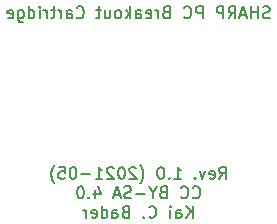
<source format=gbr>
%TF.GenerationSoftware,KiCad,Pcbnew,5.1.10-88a1d61d58~88~ubuntu20.10.1*%
%TF.CreationDate,2021-05-08T10:35:22+02:00*%
%TF.ProjectId,Breakout-Cartridge,42726561-6b6f-4757-942d-436172747269,1.0*%
%TF.SameCoordinates,Original*%
%TF.FileFunction,Legend,Bot*%
%TF.FilePolarity,Positive*%
%FSLAX46Y46*%
G04 Gerber Fmt 4.6, Leading zero omitted, Abs format (unit mm)*
G04 Created by KiCad (PCBNEW 5.1.10-88a1d61d58~88~ubuntu20.10.1) date 2021-05-08 10:35:22*
%MOMM*%
%LPD*%
G01*
G04 APERTURE LIST*
%ADD10C,0.150000*%
G04 APERTURE END LIST*
D10*
X112695238Y-60094761D02*
X112552380Y-60142380D01*
X112314285Y-60142380D01*
X112219047Y-60094761D01*
X112171428Y-60047142D01*
X112123809Y-59951904D01*
X112123809Y-59856666D01*
X112171428Y-59761428D01*
X112219047Y-59713809D01*
X112314285Y-59666190D01*
X112504761Y-59618571D01*
X112600000Y-59570952D01*
X112647619Y-59523333D01*
X112695238Y-59428095D01*
X112695238Y-59332857D01*
X112647619Y-59237619D01*
X112600000Y-59190000D01*
X112504761Y-59142380D01*
X112266666Y-59142380D01*
X112123809Y-59190000D01*
X111695238Y-60142380D02*
X111695238Y-59142380D01*
X111695238Y-59618571D02*
X111123809Y-59618571D01*
X111123809Y-60142380D02*
X111123809Y-59142380D01*
X110695238Y-59856666D02*
X110219047Y-59856666D01*
X110790476Y-60142380D02*
X110457142Y-59142380D01*
X110123809Y-60142380D01*
X109219047Y-60142380D02*
X109552380Y-59666190D01*
X109790476Y-60142380D02*
X109790476Y-59142380D01*
X109409523Y-59142380D01*
X109314285Y-59190000D01*
X109266666Y-59237619D01*
X109219047Y-59332857D01*
X109219047Y-59475714D01*
X109266666Y-59570952D01*
X109314285Y-59618571D01*
X109409523Y-59666190D01*
X109790476Y-59666190D01*
X108790476Y-60142380D02*
X108790476Y-59142380D01*
X108409523Y-59142380D01*
X108314285Y-59190000D01*
X108266666Y-59237619D01*
X108219047Y-59332857D01*
X108219047Y-59475714D01*
X108266666Y-59570952D01*
X108314285Y-59618571D01*
X108409523Y-59666190D01*
X108790476Y-59666190D01*
X107028571Y-60142380D02*
X107028571Y-59142380D01*
X106647619Y-59142380D01*
X106552380Y-59190000D01*
X106504761Y-59237619D01*
X106457142Y-59332857D01*
X106457142Y-59475714D01*
X106504761Y-59570952D01*
X106552380Y-59618571D01*
X106647619Y-59666190D01*
X107028571Y-59666190D01*
X105457142Y-60047142D02*
X105504761Y-60094761D01*
X105647619Y-60142380D01*
X105742857Y-60142380D01*
X105885714Y-60094761D01*
X105980952Y-59999523D01*
X106028571Y-59904285D01*
X106076190Y-59713809D01*
X106076190Y-59570952D01*
X106028571Y-59380476D01*
X105980952Y-59285238D01*
X105885714Y-59190000D01*
X105742857Y-59142380D01*
X105647619Y-59142380D01*
X105504761Y-59190000D01*
X105457142Y-59237619D01*
X103933333Y-59618571D02*
X103790476Y-59666190D01*
X103742857Y-59713809D01*
X103695238Y-59809047D01*
X103695238Y-59951904D01*
X103742857Y-60047142D01*
X103790476Y-60094761D01*
X103885714Y-60142380D01*
X104266666Y-60142380D01*
X104266666Y-59142380D01*
X103933333Y-59142380D01*
X103838095Y-59190000D01*
X103790476Y-59237619D01*
X103742857Y-59332857D01*
X103742857Y-59428095D01*
X103790476Y-59523333D01*
X103838095Y-59570952D01*
X103933333Y-59618571D01*
X104266666Y-59618571D01*
X103266666Y-60142380D02*
X103266666Y-59475714D01*
X103266666Y-59666190D02*
X103219047Y-59570952D01*
X103171428Y-59523333D01*
X103076190Y-59475714D01*
X102980952Y-59475714D01*
X102266666Y-60094761D02*
X102361904Y-60142380D01*
X102552380Y-60142380D01*
X102647619Y-60094761D01*
X102695238Y-59999523D01*
X102695238Y-59618571D01*
X102647619Y-59523333D01*
X102552380Y-59475714D01*
X102361904Y-59475714D01*
X102266666Y-59523333D01*
X102219047Y-59618571D01*
X102219047Y-59713809D01*
X102695238Y-59809047D01*
X101361904Y-60142380D02*
X101361904Y-59618571D01*
X101409523Y-59523333D01*
X101504761Y-59475714D01*
X101695238Y-59475714D01*
X101790476Y-59523333D01*
X101361904Y-60094761D02*
X101457142Y-60142380D01*
X101695238Y-60142380D01*
X101790476Y-60094761D01*
X101838095Y-59999523D01*
X101838095Y-59904285D01*
X101790476Y-59809047D01*
X101695238Y-59761428D01*
X101457142Y-59761428D01*
X101361904Y-59713809D01*
X100885714Y-60142380D02*
X100885714Y-59142380D01*
X100790476Y-59761428D02*
X100504761Y-60142380D01*
X100504761Y-59475714D02*
X100885714Y-59856666D01*
X99933333Y-60142380D02*
X100028571Y-60094761D01*
X100076190Y-60047142D01*
X100123809Y-59951904D01*
X100123809Y-59666190D01*
X100076190Y-59570952D01*
X100028571Y-59523333D01*
X99933333Y-59475714D01*
X99790476Y-59475714D01*
X99695238Y-59523333D01*
X99647619Y-59570952D01*
X99600000Y-59666190D01*
X99600000Y-59951904D01*
X99647619Y-60047142D01*
X99695238Y-60094761D01*
X99790476Y-60142380D01*
X99933333Y-60142380D01*
X98742857Y-59475714D02*
X98742857Y-60142380D01*
X99171428Y-59475714D02*
X99171428Y-59999523D01*
X99123809Y-60094761D01*
X99028571Y-60142380D01*
X98885714Y-60142380D01*
X98790476Y-60094761D01*
X98742857Y-60047142D01*
X98409523Y-59475714D02*
X98028571Y-59475714D01*
X98266666Y-59142380D02*
X98266666Y-59999523D01*
X98219047Y-60094761D01*
X98123809Y-60142380D01*
X98028571Y-60142380D01*
X96361904Y-60047142D02*
X96409523Y-60094761D01*
X96552380Y-60142380D01*
X96647619Y-60142380D01*
X96790476Y-60094761D01*
X96885714Y-59999523D01*
X96933333Y-59904285D01*
X96980952Y-59713809D01*
X96980952Y-59570952D01*
X96933333Y-59380476D01*
X96885714Y-59285238D01*
X96790476Y-59190000D01*
X96647619Y-59142380D01*
X96552380Y-59142380D01*
X96409523Y-59190000D01*
X96361904Y-59237619D01*
X95504761Y-60142380D02*
X95504761Y-59618571D01*
X95552380Y-59523333D01*
X95647619Y-59475714D01*
X95838095Y-59475714D01*
X95933333Y-59523333D01*
X95504761Y-60094761D02*
X95600000Y-60142380D01*
X95838095Y-60142380D01*
X95933333Y-60094761D01*
X95980952Y-59999523D01*
X95980952Y-59904285D01*
X95933333Y-59809047D01*
X95838095Y-59761428D01*
X95600000Y-59761428D01*
X95504761Y-59713809D01*
X95028571Y-60142380D02*
X95028571Y-59475714D01*
X95028571Y-59666190D02*
X94980952Y-59570952D01*
X94933333Y-59523333D01*
X94838095Y-59475714D01*
X94742857Y-59475714D01*
X94552380Y-59475714D02*
X94171428Y-59475714D01*
X94409523Y-59142380D02*
X94409523Y-59999523D01*
X94361904Y-60094761D01*
X94266666Y-60142380D01*
X94171428Y-60142380D01*
X93838095Y-60142380D02*
X93838095Y-59475714D01*
X93838095Y-59666190D02*
X93790476Y-59570952D01*
X93742857Y-59523333D01*
X93647619Y-59475714D01*
X93552380Y-59475714D01*
X93219047Y-60142380D02*
X93219047Y-59475714D01*
X93219047Y-59142380D02*
X93266666Y-59190000D01*
X93219047Y-59237619D01*
X93171428Y-59190000D01*
X93219047Y-59142380D01*
X93219047Y-59237619D01*
X92314285Y-60142380D02*
X92314285Y-59142380D01*
X92314285Y-60094761D02*
X92409523Y-60142380D01*
X92600000Y-60142380D01*
X92695238Y-60094761D01*
X92742857Y-60047142D01*
X92790476Y-59951904D01*
X92790476Y-59666190D01*
X92742857Y-59570952D01*
X92695238Y-59523333D01*
X92600000Y-59475714D01*
X92409523Y-59475714D01*
X92314285Y-59523333D01*
X91409523Y-59475714D02*
X91409523Y-60285238D01*
X91457142Y-60380476D01*
X91504761Y-60428095D01*
X91600000Y-60475714D01*
X91742857Y-60475714D01*
X91838095Y-60428095D01*
X91409523Y-60094761D02*
X91504761Y-60142380D01*
X91695238Y-60142380D01*
X91790476Y-60094761D01*
X91838095Y-60047142D01*
X91885714Y-59951904D01*
X91885714Y-59666190D01*
X91838095Y-59570952D01*
X91790476Y-59523333D01*
X91695238Y-59475714D01*
X91504761Y-59475714D01*
X91409523Y-59523333D01*
X90552380Y-60094761D02*
X90647619Y-60142380D01*
X90838095Y-60142380D01*
X90933333Y-60094761D01*
X90980952Y-59999523D01*
X90980952Y-59618571D01*
X90933333Y-59523333D01*
X90838095Y-59475714D01*
X90647619Y-59475714D01*
X90552380Y-59523333D01*
X90504761Y-59618571D01*
X90504761Y-59713809D01*
X90980952Y-59809047D01*
X108433333Y-73732380D02*
X108766666Y-73256190D01*
X109004761Y-73732380D02*
X109004761Y-72732380D01*
X108623809Y-72732380D01*
X108528571Y-72780000D01*
X108480952Y-72827619D01*
X108433333Y-72922857D01*
X108433333Y-73065714D01*
X108480952Y-73160952D01*
X108528571Y-73208571D01*
X108623809Y-73256190D01*
X109004761Y-73256190D01*
X107623809Y-73684761D02*
X107719047Y-73732380D01*
X107909523Y-73732380D01*
X108004761Y-73684761D01*
X108052380Y-73589523D01*
X108052380Y-73208571D01*
X108004761Y-73113333D01*
X107909523Y-73065714D01*
X107719047Y-73065714D01*
X107623809Y-73113333D01*
X107576190Y-73208571D01*
X107576190Y-73303809D01*
X108052380Y-73399047D01*
X107242857Y-73065714D02*
X107004761Y-73732380D01*
X106766666Y-73065714D01*
X106385714Y-73637142D02*
X106338095Y-73684761D01*
X106385714Y-73732380D01*
X106433333Y-73684761D01*
X106385714Y-73637142D01*
X106385714Y-73732380D01*
X104623809Y-73732380D02*
X105195238Y-73732380D01*
X104909523Y-73732380D02*
X104909523Y-72732380D01*
X105004761Y-72875238D01*
X105100000Y-72970476D01*
X105195238Y-73018095D01*
X104195238Y-73637142D02*
X104147619Y-73684761D01*
X104195238Y-73732380D01*
X104242857Y-73684761D01*
X104195238Y-73637142D01*
X104195238Y-73732380D01*
X103528571Y-72732380D02*
X103433333Y-72732380D01*
X103338095Y-72780000D01*
X103290476Y-72827619D01*
X103242857Y-72922857D01*
X103195238Y-73113333D01*
X103195238Y-73351428D01*
X103242857Y-73541904D01*
X103290476Y-73637142D01*
X103338095Y-73684761D01*
X103433333Y-73732380D01*
X103528571Y-73732380D01*
X103623809Y-73684761D01*
X103671428Y-73637142D01*
X103719047Y-73541904D01*
X103766666Y-73351428D01*
X103766666Y-73113333D01*
X103719047Y-72922857D01*
X103671428Y-72827619D01*
X103623809Y-72780000D01*
X103528571Y-72732380D01*
X101719047Y-74113333D02*
X101766666Y-74065714D01*
X101861904Y-73922857D01*
X101909523Y-73827619D01*
X101957142Y-73684761D01*
X102004761Y-73446666D01*
X102004761Y-73256190D01*
X101957142Y-73018095D01*
X101909523Y-72875238D01*
X101861904Y-72780000D01*
X101766666Y-72637142D01*
X101719047Y-72589523D01*
X101385714Y-72827619D02*
X101338095Y-72780000D01*
X101242857Y-72732380D01*
X101004761Y-72732380D01*
X100909523Y-72780000D01*
X100861904Y-72827619D01*
X100814285Y-72922857D01*
X100814285Y-73018095D01*
X100861904Y-73160952D01*
X101433333Y-73732380D01*
X100814285Y-73732380D01*
X100195238Y-72732380D02*
X100100000Y-72732380D01*
X100004761Y-72780000D01*
X99957142Y-72827619D01*
X99909523Y-72922857D01*
X99861904Y-73113333D01*
X99861904Y-73351428D01*
X99909523Y-73541904D01*
X99957142Y-73637142D01*
X100004761Y-73684761D01*
X100100000Y-73732380D01*
X100195238Y-73732380D01*
X100290476Y-73684761D01*
X100338095Y-73637142D01*
X100385714Y-73541904D01*
X100433333Y-73351428D01*
X100433333Y-73113333D01*
X100385714Y-72922857D01*
X100338095Y-72827619D01*
X100290476Y-72780000D01*
X100195238Y-72732380D01*
X99480952Y-72827619D02*
X99433333Y-72780000D01*
X99338095Y-72732380D01*
X99100000Y-72732380D01*
X99004761Y-72780000D01*
X98957142Y-72827619D01*
X98909523Y-72922857D01*
X98909523Y-73018095D01*
X98957142Y-73160952D01*
X99528571Y-73732380D01*
X98909523Y-73732380D01*
X97957142Y-73732380D02*
X98528571Y-73732380D01*
X98242857Y-73732380D02*
X98242857Y-72732380D01*
X98338095Y-72875238D01*
X98433333Y-72970476D01*
X98528571Y-73018095D01*
X97528571Y-73351428D02*
X96766666Y-73351428D01*
X96100000Y-72732380D02*
X96004761Y-72732380D01*
X95909523Y-72780000D01*
X95861904Y-72827619D01*
X95814285Y-72922857D01*
X95766666Y-73113333D01*
X95766666Y-73351428D01*
X95814285Y-73541904D01*
X95861904Y-73637142D01*
X95909523Y-73684761D01*
X96004761Y-73732380D01*
X96100000Y-73732380D01*
X96195238Y-73684761D01*
X96242857Y-73637142D01*
X96290476Y-73541904D01*
X96338095Y-73351428D01*
X96338095Y-73113333D01*
X96290476Y-72922857D01*
X96242857Y-72827619D01*
X96195238Y-72780000D01*
X96100000Y-72732380D01*
X94861904Y-72732380D02*
X95338095Y-72732380D01*
X95385714Y-73208571D01*
X95338095Y-73160952D01*
X95242857Y-73113333D01*
X95004761Y-73113333D01*
X94909523Y-73160952D01*
X94861904Y-73208571D01*
X94814285Y-73303809D01*
X94814285Y-73541904D01*
X94861904Y-73637142D01*
X94909523Y-73684761D01*
X95004761Y-73732380D01*
X95242857Y-73732380D01*
X95338095Y-73684761D01*
X95385714Y-73637142D01*
X94480952Y-74113333D02*
X94433333Y-74065714D01*
X94338095Y-73922857D01*
X94290476Y-73827619D01*
X94242857Y-73684761D01*
X94195238Y-73446666D01*
X94195238Y-73256190D01*
X94242857Y-73018095D01*
X94290476Y-72875238D01*
X94338095Y-72780000D01*
X94433333Y-72637142D01*
X94480952Y-72589523D01*
X106195238Y-75287142D02*
X106242857Y-75334761D01*
X106385714Y-75382380D01*
X106480952Y-75382380D01*
X106623809Y-75334761D01*
X106719047Y-75239523D01*
X106766666Y-75144285D01*
X106814285Y-74953809D01*
X106814285Y-74810952D01*
X106766666Y-74620476D01*
X106719047Y-74525238D01*
X106623809Y-74430000D01*
X106480952Y-74382380D01*
X106385714Y-74382380D01*
X106242857Y-74430000D01*
X106195238Y-74477619D01*
X105195238Y-75287142D02*
X105242857Y-75334761D01*
X105385714Y-75382380D01*
X105480952Y-75382380D01*
X105623809Y-75334761D01*
X105719047Y-75239523D01*
X105766666Y-75144285D01*
X105814285Y-74953809D01*
X105814285Y-74810952D01*
X105766666Y-74620476D01*
X105719047Y-74525238D01*
X105623809Y-74430000D01*
X105480952Y-74382380D01*
X105385714Y-74382380D01*
X105242857Y-74430000D01*
X105195238Y-74477619D01*
X103671428Y-74858571D02*
X103528571Y-74906190D01*
X103480952Y-74953809D01*
X103433333Y-75049047D01*
X103433333Y-75191904D01*
X103480952Y-75287142D01*
X103528571Y-75334761D01*
X103623809Y-75382380D01*
X104004761Y-75382380D01*
X104004761Y-74382380D01*
X103671428Y-74382380D01*
X103576190Y-74430000D01*
X103528571Y-74477619D01*
X103480952Y-74572857D01*
X103480952Y-74668095D01*
X103528571Y-74763333D01*
X103576190Y-74810952D01*
X103671428Y-74858571D01*
X104004761Y-74858571D01*
X102814285Y-74906190D02*
X102814285Y-75382380D01*
X103147619Y-74382380D02*
X102814285Y-74906190D01*
X102480952Y-74382380D01*
X102147619Y-75001428D02*
X101385714Y-75001428D01*
X100957142Y-75334761D02*
X100814285Y-75382380D01*
X100576190Y-75382380D01*
X100480952Y-75334761D01*
X100433333Y-75287142D01*
X100385714Y-75191904D01*
X100385714Y-75096666D01*
X100433333Y-75001428D01*
X100480952Y-74953809D01*
X100576190Y-74906190D01*
X100766666Y-74858571D01*
X100861904Y-74810952D01*
X100909523Y-74763333D01*
X100957142Y-74668095D01*
X100957142Y-74572857D01*
X100909523Y-74477619D01*
X100861904Y-74430000D01*
X100766666Y-74382380D01*
X100528571Y-74382380D01*
X100385714Y-74430000D01*
X100004761Y-75096666D02*
X99528571Y-75096666D01*
X100100000Y-75382380D02*
X99766666Y-74382380D01*
X99433333Y-75382380D01*
X97909523Y-74715714D02*
X97909523Y-75382380D01*
X98147619Y-74334761D02*
X98385714Y-75049047D01*
X97766666Y-75049047D01*
X97385714Y-75287142D02*
X97338095Y-75334761D01*
X97385714Y-75382380D01*
X97433333Y-75334761D01*
X97385714Y-75287142D01*
X97385714Y-75382380D01*
X96719047Y-74382380D02*
X96623809Y-74382380D01*
X96528571Y-74430000D01*
X96480952Y-74477619D01*
X96433333Y-74572857D01*
X96385714Y-74763333D01*
X96385714Y-75001428D01*
X96433333Y-75191904D01*
X96480952Y-75287142D01*
X96528571Y-75334761D01*
X96623809Y-75382380D01*
X96719047Y-75382380D01*
X96814285Y-75334761D01*
X96861904Y-75287142D01*
X96909523Y-75191904D01*
X96957142Y-75001428D01*
X96957142Y-74763333D01*
X96909523Y-74572857D01*
X96861904Y-74477619D01*
X96814285Y-74430000D01*
X96719047Y-74382380D01*
X106195238Y-77032380D02*
X106195238Y-76032380D01*
X105623809Y-77032380D02*
X106052380Y-76460952D01*
X105623809Y-76032380D02*
X106195238Y-76603809D01*
X104766666Y-77032380D02*
X104766666Y-76508571D01*
X104814285Y-76413333D01*
X104909523Y-76365714D01*
X105100000Y-76365714D01*
X105195238Y-76413333D01*
X104766666Y-76984761D02*
X104861904Y-77032380D01*
X105100000Y-77032380D01*
X105195238Y-76984761D01*
X105242857Y-76889523D01*
X105242857Y-76794285D01*
X105195238Y-76699047D01*
X105100000Y-76651428D01*
X104861904Y-76651428D01*
X104766666Y-76603809D01*
X104290476Y-77032380D02*
X104290476Y-76365714D01*
X104290476Y-76032380D02*
X104338095Y-76080000D01*
X104290476Y-76127619D01*
X104242857Y-76080000D01*
X104290476Y-76032380D01*
X104290476Y-76127619D01*
X102480952Y-76937142D02*
X102528571Y-76984761D01*
X102671428Y-77032380D01*
X102766666Y-77032380D01*
X102909523Y-76984761D01*
X103004761Y-76889523D01*
X103052380Y-76794285D01*
X103100000Y-76603809D01*
X103100000Y-76460952D01*
X103052380Y-76270476D01*
X103004761Y-76175238D01*
X102909523Y-76080000D01*
X102766666Y-76032380D01*
X102671428Y-76032380D01*
X102528571Y-76080000D01*
X102480952Y-76127619D01*
X102052380Y-76937142D02*
X102004761Y-76984761D01*
X102052380Y-77032380D01*
X102100000Y-76984761D01*
X102052380Y-76937142D01*
X102052380Y-77032380D01*
X100480952Y-76508571D02*
X100338095Y-76556190D01*
X100290476Y-76603809D01*
X100242857Y-76699047D01*
X100242857Y-76841904D01*
X100290476Y-76937142D01*
X100338095Y-76984761D01*
X100433333Y-77032380D01*
X100814285Y-77032380D01*
X100814285Y-76032380D01*
X100480952Y-76032380D01*
X100385714Y-76080000D01*
X100338095Y-76127619D01*
X100290476Y-76222857D01*
X100290476Y-76318095D01*
X100338095Y-76413333D01*
X100385714Y-76460952D01*
X100480952Y-76508571D01*
X100814285Y-76508571D01*
X99385714Y-77032380D02*
X99385714Y-76508571D01*
X99433333Y-76413333D01*
X99528571Y-76365714D01*
X99719047Y-76365714D01*
X99814285Y-76413333D01*
X99385714Y-76984761D02*
X99480952Y-77032380D01*
X99719047Y-77032380D01*
X99814285Y-76984761D01*
X99861904Y-76889523D01*
X99861904Y-76794285D01*
X99814285Y-76699047D01*
X99719047Y-76651428D01*
X99480952Y-76651428D01*
X99385714Y-76603809D01*
X98480952Y-77032380D02*
X98480952Y-76032380D01*
X98480952Y-76984761D02*
X98576190Y-77032380D01*
X98766666Y-77032380D01*
X98861904Y-76984761D01*
X98909523Y-76937142D01*
X98957142Y-76841904D01*
X98957142Y-76556190D01*
X98909523Y-76460952D01*
X98861904Y-76413333D01*
X98766666Y-76365714D01*
X98576190Y-76365714D01*
X98480952Y-76413333D01*
X97623809Y-76984761D02*
X97719047Y-77032380D01*
X97909523Y-77032380D01*
X98004761Y-76984761D01*
X98052380Y-76889523D01*
X98052380Y-76508571D01*
X98004761Y-76413333D01*
X97909523Y-76365714D01*
X97719047Y-76365714D01*
X97623809Y-76413333D01*
X97576190Y-76508571D01*
X97576190Y-76603809D01*
X98052380Y-76699047D01*
X97147619Y-77032380D02*
X97147619Y-76365714D01*
X97147619Y-76556190D02*
X97100000Y-76460952D01*
X97052380Y-76413333D01*
X96957142Y-76365714D01*
X96861904Y-76365714D01*
M02*

</source>
